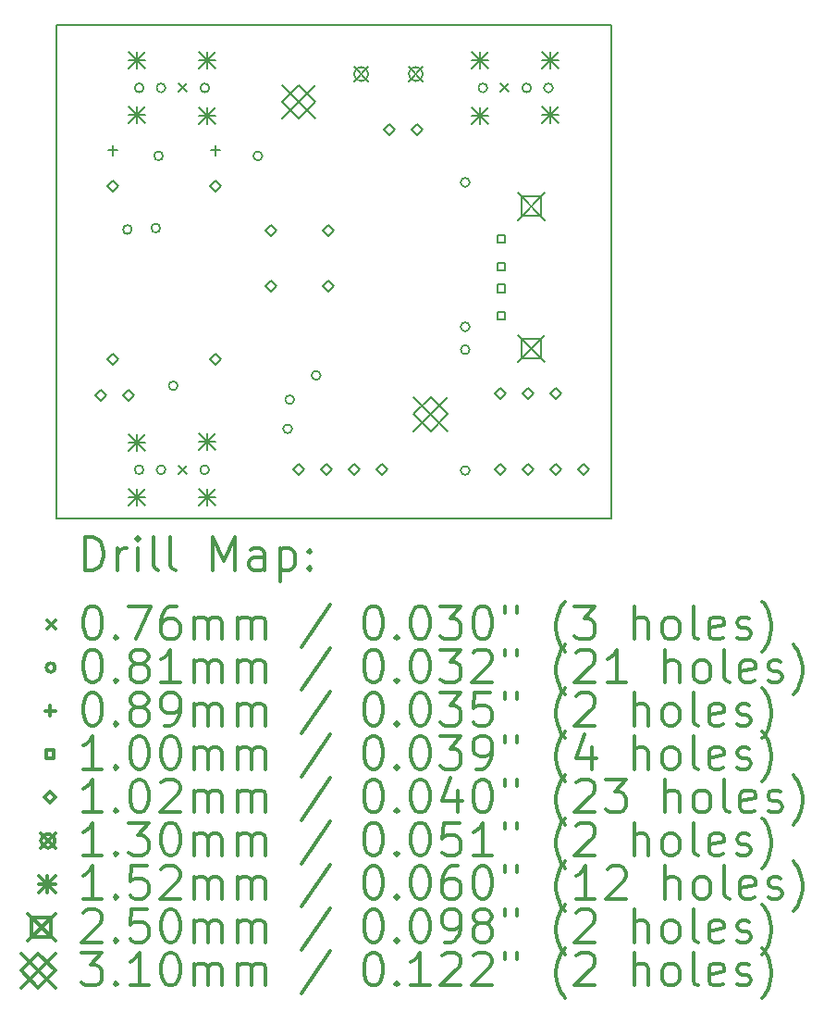
<source format=gbr>
%FSLAX45Y45*%
G04 Gerber Fmt 4.5, Leading zero omitted, Abs format (unit mm)*
G04 Created by KiCad (PCBNEW 4.0.5+dfsg1-4) date Wed Feb 28 09:20:57 2018*
%MOMM*%
%LPD*%
G01*
G04 APERTURE LIST*
%ADD10C,0.127000*%
%ADD11C,0.150000*%
%ADD12C,0.200000*%
%ADD13C,0.300000*%
G04 APERTURE END LIST*
D10*
D11*
X0Y0D02*
X0Y-4508500D01*
X5080000Y0D02*
X0Y0D01*
X5080000Y-4508500D02*
X5080000Y0D01*
X0Y-4508500D02*
X5080000Y-4508500D01*
D12*
X1123900Y-533400D02*
X1200100Y-609600D01*
X1200100Y-533400D02*
X1123900Y-609600D01*
X1123900Y-4025900D02*
X1200100Y-4102100D01*
X1200100Y-4025900D02*
X1123900Y-4102100D01*
X4070400Y-533400D02*
X4146600Y-609600D01*
X4146600Y-533400D02*
X4070400Y-609600D01*
X694690Y-1866900D02*
G75*
G03X694690Y-1866900I-40640J0D01*
G01*
X802640Y-571500D02*
G75*
G03X802640Y-571500I-40640J0D01*
G01*
X802640Y-4064000D02*
G75*
G03X802640Y-4064000I-40640J0D01*
G01*
X955040Y-1854200D02*
G75*
G03X955040Y-1854200I-40640J0D01*
G01*
X980440Y-1193800D02*
G75*
G03X980440Y-1193800I-40640J0D01*
G01*
X1002640Y-571500D02*
G75*
G03X1002640Y-571500I-40640J0D01*
G01*
X1002640Y-4064000D02*
G75*
G03X1002640Y-4064000I-40640J0D01*
G01*
X1113790Y-3295650D02*
G75*
G03X1113790Y-3295650I-40640J0D01*
G01*
X1402640Y-571500D02*
G75*
G03X1402640Y-571500I-40640J0D01*
G01*
X1402640Y-4064000D02*
G75*
G03X1402640Y-4064000I-40640J0D01*
G01*
X1888490Y-1193800D02*
G75*
G03X1888490Y-1193800I-40640J0D01*
G01*
X2161540Y-3689350D02*
G75*
G03X2161540Y-3689350I-40640J0D01*
G01*
X2180590Y-3422650D02*
G75*
G03X2180590Y-3422650I-40640J0D01*
G01*
X2421890Y-3200400D02*
G75*
G03X2421890Y-3200400I-40640J0D01*
G01*
X3787140Y-1435100D02*
G75*
G03X3787140Y-1435100I-40640J0D01*
G01*
X3787140Y-2755900D02*
G75*
G03X3787140Y-2755900I-40640J0D01*
G01*
X3787140Y-2965450D02*
G75*
G03X3787140Y-2965450I-40640J0D01*
G01*
X3787140Y-4070350D02*
G75*
G03X3787140Y-4070350I-40640J0D01*
G01*
X3949140Y-571500D02*
G75*
G03X3949140Y-571500I-40640J0D01*
G01*
X4349140Y-571500D02*
G75*
G03X4349140Y-571500I-40640J0D01*
G01*
X4549140Y-571500D02*
G75*
G03X4549140Y-571500I-40640J0D01*
G01*
X520700Y-1098550D02*
X520700Y-1187450D01*
X476250Y-1143000D02*
X565150Y-1143000D01*
X1460500Y-1098550D02*
X1460500Y-1187450D01*
X1416050Y-1143000D02*
X1504950Y-1143000D01*
X4112082Y-1989658D02*
X4112082Y-1918893D01*
X4041317Y-1918893D01*
X4041317Y-1989658D01*
X4112082Y-1989658D01*
X4112082Y-2239849D02*
X4112082Y-2169084D01*
X4041317Y-2169084D01*
X4041317Y-2239849D01*
X4112082Y-2239849D01*
X4112082Y-2439747D02*
X4112082Y-2368982D01*
X4041317Y-2368982D01*
X4041317Y-2439747D01*
X4112082Y-2439747D01*
X4112082Y-2689683D02*
X4112082Y-2618918D01*
X4041317Y-2618918D01*
X4041317Y-2689683D01*
X4112082Y-2689683D01*
X412750Y-3435350D02*
X463550Y-3384550D01*
X412750Y-3333750D01*
X361950Y-3384550D01*
X412750Y-3435350D01*
X520700Y-1517650D02*
X571500Y-1466850D01*
X520700Y-1416050D01*
X469900Y-1466850D01*
X520700Y-1517650D01*
X520700Y-3105150D02*
X571500Y-3054350D01*
X520700Y-3003550D01*
X469900Y-3054350D01*
X520700Y-3105150D01*
X666750Y-3435350D02*
X717550Y-3384550D01*
X666750Y-3333750D01*
X615950Y-3384550D01*
X666750Y-3435350D01*
X1460500Y-1517650D02*
X1511300Y-1466850D01*
X1460500Y-1416050D01*
X1409700Y-1466850D01*
X1460500Y-1517650D01*
X1460500Y-3105150D02*
X1511300Y-3054350D01*
X1460500Y-3003550D01*
X1409700Y-3054350D01*
X1460500Y-3105150D01*
X1968500Y-1930400D02*
X2019300Y-1879600D01*
X1968500Y-1828800D01*
X1917700Y-1879600D01*
X1968500Y-1930400D01*
X1968500Y-2438400D02*
X2019300Y-2387600D01*
X1968500Y-2336800D01*
X1917700Y-2387600D01*
X1968500Y-2438400D01*
X2222500Y-4114800D02*
X2273300Y-4064000D01*
X2222500Y-4013200D01*
X2171700Y-4064000D01*
X2222500Y-4114800D01*
X2476500Y-4114800D02*
X2527300Y-4064000D01*
X2476500Y-4013200D01*
X2425700Y-4064000D01*
X2476500Y-4114800D01*
X2489200Y-1930400D02*
X2540000Y-1879600D01*
X2489200Y-1828800D01*
X2438400Y-1879600D01*
X2489200Y-1930400D01*
X2489200Y-2438400D02*
X2540000Y-2387600D01*
X2489200Y-2336800D01*
X2438400Y-2387600D01*
X2489200Y-2438400D01*
X2730500Y-4114800D02*
X2781300Y-4064000D01*
X2730500Y-4013200D01*
X2679700Y-4064000D01*
X2730500Y-4114800D01*
X2984500Y-4114800D02*
X3035300Y-4064000D01*
X2984500Y-4013200D01*
X2933700Y-4064000D01*
X2984500Y-4114800D01*
X3048000Y-1003300D02*
X3098800Y-952500D01*
X3048000Y-901700D01*
X2997200Y-952500D01*
X3048000Y-1003300D01*
X3302000Y-1003300D02*
X3352800Y-952500D01*
X3302000Y-901700D01*
X3251200Y-952500D01*
X3302000Y-1003300D01*
X4064000Y-3416300D02*
X4114800Y-3365500D01*
X4064000Y-3314700D01*
X4013200Y-3365500D01*
X4064000Y-3416300D01*
X4064000Y-4114800D02*
X4114800Y-4064000D01*
X4064000Y-4013200D01*
X4013200Y-4064000D01*
X4064000Y-4114800D01*
X4318000Y-3416300D02*
X4368800Y-3365500D01*
X4318000Y-3314700D01*
X4267200Y-3365500D01*
X4318000Y-3416300D01*
X4318000Y-4114800D02*
X4368800Y-4064000D01*
X4318000Y-4013200D01*
X4267200Y-4064000D01*
X4318000Y-4114800D01*
X4572000Y-3416300D02*
X4622800Y-3365500D01*
X4572000Y-3314700D01*
X4521200Y-3365500D01*
X4572000Y-3416300D01*
X4572000Y-4114800D02*
X4622800Y-4064000D01*
X4572000Y-4013200D01*
X4521200Y-4064000D01*
X4572000Y-4114800D01*
X4826000Y-4114800D02*
X4876800Y-4064000D01*
X4826000Y-4013200D01*
X4775200Y-4064000D01*
X4826000Y-4114800D01*
X2728976Y-379476D02*
X2859024Y-509524D01*
X2859024Y-379476D02*
X2728976Y-509524D01*
X2859024Y-444500D02*
G75*
G03X2859024Y-444500I-65024J0D01*
G01*
X3229102Y-379476D02*
X3359150Y-509524D01*
X3359150Y-379476D02*
X3229102Y-509524D01*
X3359150Y-444500D02*
G75*
G03X3359150Y-444500I-65024J0D01*
G01*
X665800Y-245300D02*
X818200Y-397700D01*
X818200Y-245300D02*
X665800Y-397700D01*
X742000Y-245300D02*
X742000Y-397700D01*
X665800Y-321500D02*
X818200Y-321500D01*
X665800Y-745300D02*
X818200Y-897700D01*
X818200Y-745300D02*
X665800Y-897700D01*
X742000Y-745300D02*
X742000Y-897700D01*
X665800Y-821500D02*
X818200Y-821500D01*
X665800Y-3737800D02*
X818200Y-3890200D01*
X818200Y-3737800D02*
X665800Y-3890200D01*
X742000Y-3737800D02*
X742000Y-3890200D01*
X665800Y-3814000D02*
X818200Y-3814000D01*
X665800Y-4237800D02*
X818200Y-4390200D01*
X818200Y-4237800D02*
X665800Y-4390200D01*
X742000Y-4237800D02*
X742000Y-4390200D01*
X665800Y-4314000D02*
X818200Y-4314000D01*
X1311300Y-241300D02*
X1463700Y-393700D01*
X1463700Y-241300D02*
X1311300Y-393700D01*
X1387500Y-241300D02*
X1387500Y-393700D01*
X1311300Y-317500D02*
X1463700Y-317500D01*
X1311300Y-749300D02*
X1463700Y-901700D01*
X1463700Y-749300D02*
X1311300Y-901700D01*
X1387500Y-749300D02*
X1387500Y-901700D01*
X1311300Y-825500D02*
X1463700Y-825500D01*
X1311300Y-3733800D02*
X1463700Y-3886200D01*
X1463700Y-3733800D02*
X1311300Y-3886200D01*
X1387500Y-3733800D02*
X1387500Y-3886200D01*
X1311300Y-3810000D02*
X1463700Y-3810000D01*
X1311300Y-4241800D02*
X1463700Y-4394200D01*
X1463700Y-4241800D02*
X1311300Y-4394200D01*
X1387500Y-4241800D02*
X1387500Y-4394200D01*
X1311300Y-4318000D02*
X1463700Y-4318000D01*
X3806800Y-241300D02*
X3959200Y-393700D01*
X3959200Y-241300D02*
X3806800Y-393700D01*
X3883000Y-241300D02*
X3883000Y-393700D01*
X3806800Y-317500D02*
X3959200Y-317500D01*
X3806800Y-749300D02*
X3959200Y-901700D01*
X3959200Y-749300D02*
X3806800Y-901700D01*
X3883000Y-749300D02*
X3883000Y-901700D01*
X3806800Y-825500D02*
X3959200Y-825500D01*
X4452300Y-245300D02*
X4604700Y-397700D01*
X4604700Y-245300D02*
X4452300Y-397700D01*
X4528500Y-245300D02*
X4528500Y-397700D01*
X4452300Y-321500D02*
X4604700Y-321500D01*
X4452300Y-745300D02*
X4604700Y-897700D01*
X4604700Y-745300D02*
X4452300Y-897700D01*
X4528500Y-745300D02*
X4528500Y-897700D01*
X4452300Y-821500D02*
X4604700Y-821500D01*
X4226814Y-1529334D02*
X4476750Y-1779270D01*
X4476750Y-1529334D02*
X4226814Y-1779270D01*
X4440149Y-1742669D02*
X4440149Y-1565935D01*
X4263415Y-1565935D01*
X4263415Y-1742669D01*
X4440149Y-1742669D01*
X4226814Y-2829306D02*
X4476750Y-3079242D01*
X4476750Y-2829306D02*
X4226814Y-3079242D01*
X4440149Y-3042641D02*
X4440149Y-2865907D01*
X4263415Y-2865907D01*
X4263415Y-3042641D01*
X4440149Y-3042641D01*
X2067433Y-543433D02*
X2377567Y-853567D01*
X2377567Y-543433D02*
X2067433Y-853567D01*
X2222500Y-853567D02*
X2377567Y-698500D01*
X2222500Y-543433D01*
X2067433Y-698500D01*
X2222500Y-853567D01*
X3273933Y-3400933D02*
X3584067Y-3711067D01*
X3584067Y-3400933D02*
X3273933Y-3711067D01*
X3429000Y-3711067D02*
X3584067Y-3556000D01*
X3429000Y-3400933D01*
X3273933Y-3556000D01*
X3429000Y-3711067D01*
D13*
X263929Y-4981714D02*
X263929Y-4681714D01*
X335357Y-4681714D01*
X378214Y-4696000D01*
X406786Y-4724572D01*
X421071Y-4753143D01*
X435357Y-4810286D01*
X435357Y-4853143D01*
X421071Y-4910286D01*
X406786Y-4938857D01*
X378214Y-4967429D01*
X335357Y-4981714D01*
X263929Y-4981714D01*
X563929Y-4981714D02*
X563929Y-4781714D01*
X563929Y-4838857D02*
X578214Y-4810286D01*
X592500Y-4796000D01*
X621071Y-4781714D01*
X649643Y-4781714D01*
X749643Y-4981714D02*
X749643Y-4781714D01*
X749643Y-4681714D02*
X735357Y-4696000D01*
X749643Y-4710286D01*
X763928Y-4696000D01*
X749643Y-4681714D01*
X749643Y-4710286D01*
X935357Y-4981714D02*
X906786Y-4967429D01*
X892500Y-4938857D01*
X892500Y-4681714D01*
X1092500Y-4981714D02*
X1063929Y-4967429D01*
X1049643Y-4938857D01*
X1049643Y-4681714D01*
X1435357Y-4981714D02*
X1435357Y-4681714D01*
X1535357Y-4896000D01*
X1635357Y-4681714D01*
X1635357Y-4981714D01*
X1906786Y-4981714D02*
X1906786Y-4824572D01*
X1892500Y-4796000D01*
X1863928Y-4781714D01*
X1806786Y-4781714D01*
X1778214Y-4796000D01*
X1906786Y-4967429D02*
X1878214Y-4981714D01*
X1806786Y-4981714D01*
X1778214Y-4967429D01*
X1763928Y-4938857D01*
X1763928Y-4910286D01*
X1778214Y-4881714D01*
X1806786Y-4867429D01*
X1878214Y-4867429D01*
X1906786Y-4853143D01*
X2049643Y-4781714D02*
X2049643Y-5081714D01*
X2049643Y-4796000D02*
X2078214Y-4781714D01*
X2135357Y-4781714D01*
X2163929Y-4796000D01*
X2178214Y-4810286D01*
X2192500Y-4838857D01*
X2192500Y-4924572D01*
X2178214Y-4953143D01*
X2163929Y-4967429D01*
X2135357Y-4981714D01*
X2078214Y-4981714D01*
X2049643Y-4967429D01*
X2321071Y-4953143D02*
X2335357Y-4967429D01*
X2321071Y-4981714D01*
X2306786Y-4967429D01*
X2321071Y-4953143D01*
X2321071Y-4981714D01*
X2321071Y-4796000D02*
X2335357Y-4810286D01*
X2321071Y-4824572D01*
X2306786Y-4810286D01*
X2321071Y-4796000D01*
X2321071Y-4824572D01*
X-83700Y-5437900D02*
X-7500Y-5514100D01*
X-7500Y-5437900D02*
X-83700Y-5514100D01*
X321071Y-5311714D02*
X349643Y-5311714D01*
X378214Y-5326000D01*
X392500Y-5340286D01*
X406786Y-5368857D01*
X421071Y-5426000D01*
X421071Y-5497429D01*
X406786Y-5554572D01*
X392500Y-5583143D01*
X378214Y-5597429D01*
X349643Y-5611714D01*
X321071Y-5611714D01*
X292500Y-5597429D01*
X278214Y-5583143D01*
X263929Y-5554572D01*
X249643Y-5497429D01*
X249643Y-5426000D01*
X263929Y-5368857D01*
X278214Y-5340286D01*
X292500Y-5326000D01*
X321071Y-5311714D01*
X549643Y-5583143D02*
X563929Y-5597429D01*
X549643Y-5611714D01*
X535357Y-5597429D01*
X549643Y-5583143D01*
X549643Y-5611714D01*
X663928Y-5311714D02*
X863928Y-5311714D01*
X735357Y-5611714D01*
X1106786Y-5311714D02*
X1049643Y-5311714D01*
X1021071Y-5326000D01*
X1006786Y-5340286D01*
X978214Y-5383143D01*
X963928Y-5440286D01*
X963928Y-5554572D01*
X978214Y-5583143D01*
X992500Y-5597429D01*
X1021071Y-5611714D01*
X1078214Y-5611714D01*
X1106786Y-5597429D01*
X1121071Y-5583143D01*
X1135357Y-5554572D01*
X1135357Y-5483143D01*
X1121071Y-5454572D01*
X1106786Y-5440286D01*
X1078214Y-5426000D01*
X1021071Y-5426000D01*
X992500Y-5440286D01*
X978214Y-5454572D01*
X963928Y-5483143D01*
X1263929Y-5611714D02*
X1263929Y-5411714D01*
X1263929Y-5440286D02*
X1278214Y-5426000D01*
X1306786Y-5411714D01*
X1349643Y-5411714D01*
X1378214Y-5426000D01*
X1392500Y-5454572D01*
X1392500Y-5611714D01*
X1392500Y-5454572D02*
X1406786Y-5426000D01*
X1435357Y-5411714D01*
X1478214Y-5411714D01*
X1506786Y-5426000D01*
X1521071Y-5454572D01*
X1521071Y-5611714D01*
X1663928Y-5611714D02*
X1663928Y-5411714D01*
X1663928Y-5440286D02*
X1678214Y-5426000D01*
X1706786Y-5411714D01*
X1749643Y-5411714D01*
X1778214Y-5426000D01*
X1792500Y-5454572D01*
X1792500Y-5611714D01*
X1792500Y-5454572D02*
X1806786Y-5426000D01*
X1835357Y-5411714D01*
X1878214Y-5411714D01*
X1906786Y-5426000D01*
X1921071Y-5454572D01*
X1921071Y-5611714D01*
X2506786Y-5297429D02*
X2249643Y-5683143D01*
X2892500Y-5311714D02*
X2921071Y-5311714D01*
X2949643Y-5326000D01*
X2963928Y-5340286D01*
X2978214Y-5368857D01*
X2992500Y-5426000D01*
X2992500Y-5497429D01*
X2978214Y-5554572D01*
X2963928Y-5583143D01*
X2949643Y-5597429D01*
X2921071Y-5611714D01*
X2892500Y-5611714D01*
X2863928Y-5597429D01*
X2849643Y-5583143D01*
X2835357Y-5554572D01*
X2821071Y-5497429D01*
X2821071Y-5426000D01*
X2835357Y-5368857D01*
X2849643Y-5340286D01*
X2863928Y-5326000D01*
X2892500Y-5311714D01*
X3121071Y-5583143D02*
X3135357Y-5597429D01*
X3121071Y-5611714D01*
X3106786Y-5597429D01*
X3121071Y-5583143D01*
X3121071Y-5611714D01*
X3321071Y-5311714D02*
X3349643Y-5311714D01*
X3378214Y-5326000D01*
X3392500Y-5340286D01*
X3406785Y-5368857D01*
X3421071Y-5426000D01*
X3421071Y-5497429D01*
X3406785Y-5554572D01*
X3392500Y-5583143D01*
X3378214Y-5597429D01*
X3349643Y-5611714D01*
X3321071Y-5611714D01*
X3292500Y-5597429D01*
X3278214Y-5583143D01*
X3263928Y-5554572D01*
X3249643Y-5497429D01*
X3249643Y-5426000D01*
X3263928Y-5368857D01*
X3278214Y-5340286D01*
X3292500Y-5326000D01*
X3321071Y-5311714D01*
X3521071Y-5311714D02*
X3706785Y-5311714D01*
X3606785Y-5426000D01*
X3649643Y-5426000D01*
X3678214Y-5440286D01*
X3692500Y-5454572D01*
X3706785Y-5483143D01*
X3706785Y-5554572D01*
X3692500Y-5583143D01*
X3678214Y-5597429D01*
X3649643Y-5611714D01*
X3563928Y-5611714D01*
X3535357Y-5597429D01*
X3521071Y-5583143D01*
X3892500Y-5311714D02*
X3921071Y-5311714D01*
X3949643Y-5326000D01*
X3963928Y-5340286D01*
X3978214Y-5368857D01*
X3992500Y-5426000D01*
X3992500Y-5497429D01*
X3978214Y-5554572D01*
X3963928Y-5583143D01*
X3949643Y-5597429D01*
X3921071Y-5611714D01*
X3892500Y-5611714D01*
X3863928Y-5597429D01*
X3849643Y-5583143D01*
X3835357Y-5554572D01*
X3821071Y-5497429D01*
X3821071Y-5426000D01*
X3835357Y-5368857D01*
X3849643Y-5340286D01*
X3863928Y-5326000D01*
X3892500Y-5311714D01*
X4106786Y-5311714D02*
X4106786Y-5368857D01*
X4221071Y-5311714D02*
X4221071Y-5368857D01*
X4663928Y-5726000D02*
X4649643Y-5711714D01*
X4621071Y-5668857D01*
X4606786Y-5640286D01*
X4592500Y-5597429D01*
X4578214Y-5526000D01*
X4578214Y-5468857D01*
X4592500Y-5397429D01*
X4606786Y-5354572D01*
X4621071Y-5326000D01*
X4649643Y-5283143D01*
X4663928Y-5268857D01*
X4749643Y-5311714D02*
X4935357Y-5311714D01*
X4835357Y-5426000D01*
X4878214Y-5426000D01*
X4906786Y-5440286D01*
X4921071Y-5454572D01*
X4935357Y-5483143D01*
X4935357Y-5554572D01*
X4921071Y-5583143D01*
X4906786Y-5597429D01*
X4878214Y-5611714D01*
X4792500Y-5611714D01*
X4763928Y-5597429D01*
X4749643Y-5583143D01*
X5292500Y-5611714D02*
X5292500Y-5311714D01*
X5421071Y-5611714D02*
X5421071Y-5454572D01*
X5406786Y-5426000D01*
X5378214Y-5411714D01*
X5335357Y-5411714D01*
X5306786Y-5426000D01*
X5292500Y-5440286D01*
X5606785Y-5611714D02*
X5578214Y-5597429D01*
X5563928Y-5583143D01*
X5549643Y-5554572D01*
X5549643Y-5468857D01*
X5563928Y-5440286D01*
X5578214Y-5426000D01*
X5606785Y-5411714D01*
X5649643Y-5411714D01*
X5678214Y-5426000D01*
X5692500Y-5440286D01*
X5706785Y-5468857D01*
X5706785Y-5554572D01*
X5692500Y-5583143D01*
X5678214Y-5597429D01*
X5649643Y-5611714D01*
X5606785Y-5611714D01*
X5878214Y-5611714D02*
X5849643Y-5597429D01*
X5835357Y-5568857D01*
X5835357Y-5311714D01*
X6106786Y-5597429D02*
X6078214Y-5611714D01*
X6021071Y-5611714D01*
X5992500Y-5597429D01*
X5978214Y-5568857D01*
X5978214Y-5454572D01*
X5992500Y-5426000D01*
X6021071Y-5411714D01*
X6078214Y-5411714D01*
X6106786Y-5426000D01*
X6121071Y-5454572D01*
X6121071Y-5483143D01*
X5978214Y-5511714D01*
X6235357Y-5597429D02*
X6263928Y-5611714D01*
X6321071Y-5611714D01*
X6349643Y-5597429D01*
X6363928Y-5568857D01*
X6363928Y-5554572D01*
X6349643Y-5526000D01*
X6321071Y-5511714D01*
X6278214Y-5511714D01*
X6249643Y-5497429D01*
X6235357Y-5468857D01*
X6235357Y-5454572D01*
X6249643Y-5426000D01*
X6278214Y-5411714D01*
X6321071Y-5411714D01*
X6349643Y-5426000D01*
X6463928Y-5726000D02*
X6478214Y-5711714D01*
X6506786Y-5668857D01*
X6521071Y-5640286D01*
X6535357Y-5597429D01*
X6549643Y-5526000D01*
X6549643Y-5468857D01*
X6535357Y-5397429D01*
X6521071Y-5354572D01*
X6506786Y-5326000D01*
X6478214Y-5283143D01*
X6463928Y-5268857D01*
X-7500Y-5872000D02*
G75*
G03X-7500Y-5872000I-40640J0D01*
G01*
X321071Y-5707714D02*
X349643Y-5707714D01*
X378214Y-5722000D01*
X392500Y-5736286D01*
X406786Y-5764857D01*
X421071Y-5822000D01*
X421071Y-5893429D01*
X406786Y-5950571D01*
X392500Y-5979143D01*
X378214Y-5993429D01*
X349643Y-6007714D01*
X321071Y-6007714D01*
X292500Y-5993429D01*
X278214Y-5979143D01*
X263929Y-5950571D01*
X249643Y-5893429D01*
X249643Y-5822000D01*
X263929Y-5764857D01*
X278214Y-5736286D01*
X292500Y-5722000D01*
X321071Y-5707714D01*
X549643Y-5979143D02*
X563929Y-5993429D01*
X549643Y-6007714D01*
X535357Y-5993429D01*
X549643Y-5979143D01*
X549643Y-6007714D01*
X735357Y-5836286D02*
X706786Y-5822000D01*
X692500Y-5807714D01*
X678214Y-5779143D01*
X678214Y-5764857D01*
X692500Y-5736286D01*
X706786Y-5722000D01*
X735357Y-5707714D01*
X792500Y-5707714D01*
X821071Y-5722000D01*
X835357Y-5736286D01*
X849643Y-5764857D01*
X849643Y-5779143D01*
X835357Y-5807714D01*
X821071Y-5822000D01*
X792500Y-5836286D01*
X735357Y-5836286D01*
X706786Y-5850571D01*
X692500Y-5864857D01*
X678214Y-5893429D01*
X678214Y-5950571D01*
X692500Y-5979143D01*
X706786Y-5993429D01*
X735357Y-6007714D01*
X792500Y-6007714D01*
X821071Y-5993429D01*
X835357Y-5979143D01*
X849643Y-5950571D01*
X849643Y-5893429D01*
X835357Y-5864857D01*
X821071Y-5850571D01*
X792500Y-5836286D01*
X1135357Y-6007714D02*
X963928Y-6007714D01*
X1049643Y-6007714D02*
X1049643Y-5707714D01*
X1021071Y-5750571D01*
X992500Y-5779143D01*
X963928Y-5793429D01*
X1263929Y-6007714D02*
X1263929Y-5807714D01*
X1263929Y-5836286D02*
X1278214Y-5822000D01*
X1306786Y-5807714D01*
X1349643Y-5807714D01*
X1378214Y-5822000D01*
X1392500Y-5850571D01*
X1392500Y-6007714D01*
X1392500Y-5850571D02*
X1406786Y-5822000D01*
X1435357Y-5807714D01*
X1478214Y-5807714D01*
X1506786Y-5822000D01*
X1521071Y-5850571D01*
X1521071Y-6007714D01*
X1663928Y-6007714D02*
X1663928Y-5807714D01*
X1663928Y-5836286D02*
X1678214Y-5822000D01*
X1706786Y-5807714D01*
X1749643Y-5807714D01*
X1778214Y-5822000D01*
X1792500Y-5850571D01*
X1792500Y-6007714D01*
X1792500Y-5850571D02*
X1806786Y-5822000D01*
X1835357Y-5807714D01*
X1878214Y-5807714D01*
X1906786Y-5822000D01*
X1921071Y-5850571D01*
X1921071Y-6007714D01*
X2506786Y-5693429D02*
X2249643Y-6079143D01*
X2892500Y-5707714D02*
X2921071Y-5707714D01*
X2949643Y-5722000D01*
X2963928Y-5736286D01*
X2978214Y-5764857D01*
X2992500Y-5822000D01*
X2992500Y-5893429D01*
X2978214Y-5950571D01*
X2963928Y-5979143D01*
X2949643Y-5993429D01*
X2921071Y-6007714D01*
X2892500Y-6007714D01*
X2863928Y-5993429D01*
X2849643Y-5979143D01*
X2835357Y-5950571D01*
X2821071Y-5893429D01*
X2821071Y-5822000D01*
X2835357Y-5764857D01*
X2849643Y-5736286D01*
X2863928Y-5722000D01*
X2892500Y-5707714D01*
X3121071Y-5979143D02*
X3135357Y-5993429D01*
X3121071Y-6007714D01*
X3106786Y-5993429D01*
X3121071Y-5979143D01*
X3121071Y-6007714D01*
X3321071Y-5707714D02*
X3349643Y-5707714D01*
X3378214Y-5722000D01*
X3392500Y-5736286D01*
X3406785Y-5764857D01*
X3421071Y-5822000D01*
X3421071Y-5893429D01*
X3406785Y-5950571D01*
X3392500Y-5979143D01*
X3378214Y-5993429D01*
X3349643Y-6007714D01*
X3321071Y-6007714D01*
X3292500Y-5993429D01*
X3278214Y-5979143D01*
X3263928Y-5950571D01*
X3249643Y-5893429D01*
X3249643Y-5822000D01*
X3263928Y-5764857D01*
X3278214Y-5736286D01*
X3292500Y-5722000D01*
X3321071Y-5707714D01*
X3521071Y-5707714D02*
X3706785Y-5707714D01*
X3606785Y-5822000D01*
X3649643Y-5822000D01*
X3678214Y-5836286D01*
X3692500Y-5850571D01*
X3706785Y-5879143D01*
X3706785Y-5950571D01*
X3692500Y-5979143D01*
X3678214Y-5993429D01*
X3649643Y-6007714D01*
X3563928Y-6007714D01*
X3535357Y-5993429D01*
X3521071Y-5979143D01*
X3821071Y-5736286D02*
X3835357Y-5722000D01*
X3863928Y-5707714D01*
X3935357Y-5707714D01*
X3963928Y-5722000D01*
X3978214Y-5736286D01*
X3992500Y-5764857D01*
X3992500Y-5793429D01*
X3978214Y-5836286D01*
X3806785Y-6007714D01*
X3992500Y-6007714D01*
X4106786Y-5707714D02*
X4106786Y-5764857D01*
X4221071Y-5707714D02*
X4221071Y-5764857D01*
X4663928Y-6122000D02*
X4649643Y-6107714D01*
X4621071Y-6064857D01*
X4606786Y-6036286D01*
X4592500Y-5993429D01*
X4578214Y-5922000D01*
X4578214Y-5864857D01*
X4592500Y-5793429D01*
X4606786Y-5750571D01*
X4621071Y-5722000D01*
X4649643Y-5679143D01*
X4663928Y-5664857D01*
X4763928Y-5736286D02*
X4778214Y-5722000D01*
X4806786Y-5707714D01*
X4878214Y-5707714D01*
X4906786Y-5722000D01*
X4921071Y-5736286D01*
X4935357Y-5764857D01*
X4935357Y-5793429D01*
X4921071Y-5836286D01*
X4749643Y-6007714D01*
X4935357Y-6007714D01*
X5221071Y-6007714D02*
X5049643Y-6007714D01*
X5135357Y-6007714D02*
X5135357Y-5707714D01*
X5106786Y-5750571D01*
X5078214Y-5779143D01*
X5049643Y-5793429D01*
X5578214Y-6007714D02*
X5578214Y-5707714D01*
X5706785Y-6007714D02*
X5706785Y-5850571D01*
X5692500Y-5822000D01*
X5663928Y-5807714D01*
X5621071Y-5807714D01*
X5592500Y-5822000D01*
X5578214Y-5836286D01*
X5892500Y-6007714D02*
X5863928Y-5993429D01*
X5849643Y-5979143D01*
X5835357Y-5950571D01*
X5835357Y-5864857D01*
X5849643Y-5836286D01*
X5863928Y-5822000D01*
X5892500Y-5807714D01*
X5935357Y-5807714D01*
X5963928Y-5822000D01*
X5978214Y-5836286D01*
X5992500Y-5864857D01*
X5992500Y-5950571D01*
X5978214Y-5979143D01*
X5963928Y-5993429D01*
X5935357Y-6007714D01*
X5892500Y-6007714D01*
X6163928Y-6007714D02*
X6135357Y-5993429D01*
X6121071Y-5964857D01*
X6121071Y-5707714D01*
X6392500Y-5993429D02*
X6363928Y-6007714D01*
X6306786Y-6007714D01*
X6278214Y-5993429D01*
X6263928Y-5964857D01*
X6263928Y-5850571D01*
X6278214Y-5822000D01*
X6306786Y-5807714D01*
X6363928Y-5807714D01*
X6392500Y-5822000D01*
X6406786Y-5850571D01*
X6406786Y-5879143D01*
X6263928Y-5907714D01*
X6521071Y-5993429D02*
X6549643Y-6007714D01*
X6606786Y-6007714D01*
X6635357Y-5993429D01*
X6649643Y-5964857D01*
X6649643Y-5950571D01*
X6635357Y-5922000D01*
X6606786Y-5907714D01*
X6563928Y-5907714D01*
X6535357Y-5893429D01*
X6521071Y-5864857D01*
X6521071Y-5850571D01*
X6535357Y-5822000D01*
X6563928Y-5807714D01*
X6606786Y-5807714D01*
X6635357Y-5822000D01*
X6749643Y-6122000D02*
X6763928Y-6107714D01*
X6792500Y-6064857D01*
X6806786Y-6036286D01*
X6821071Y-5993429D01*
X6835357Y-5922000D01*
X6835357Y-5864857D01*
X6821071Y-5793429D01*
X6806786Y-5750571D01*
X6792500Y-5722000D01*
X6763928Y-5679143D01*
X6749643Y-5664857D01*
X-51950Y-6223550D02*
X-51950Y-6312450D01*
X-96400Y-6268000D02*
X-7500Y-6268000D01*
X321071Y-6103714D02*
X349643Y-6103714D01*
X378214Y-6118000D01*
X392500Y-6132286D01*
X406786Y-6160857D01*
X421071Y-6218000D01*
X421071Y-6289429D01*
X406786Y-6346571D01*
X392500Y-6375143D01*
X378214Y-6389429D01*
X349643Y-6403714D01*
X321071Y-6403714D01*
X292500Y-6389429D01*
X278214Y-6375143D01*
X263929Y-6346571D01*
X249643Y-6289429D01*
X249643Y-6218000D01*
X263929Y-6160857D01*
X278214Y-6132286D01*
X292500Y-6118000D01*
X321071Y-6103714D01*
X549643Y-6375143D02*
X563929Y-6389429D01*
X549643Y-6403714D01*
X535357Y-6389429D01*
X549643Y-6375143D01*
X549643Y-6403714D01*
X735357Y-6232286D02*
X706786Y-6218000D01*
X692500Y-6203714D01*
X678214Y-6175143D01*
X678214Y-6160857D01*
X692500Y-6132286D01*
X706786Y-6118000D01*
X735357Y-6103714D01*
X792500Y-6103714D01*
X821071Y-6118000D01*
X835357Y-6132286D01*
X849643Y-6160857D01*
X849643Y-6175143D01*
X835357Y-6203714D01*
X821071Y-6218000D01*
X792500Y-6232286D01*
X735357Y-6232286D01*
X706786Y-6246571D01*
X692500Y-6260857D01*
X678214Y-6289429D01*
X678214Y-6346571D01*
X692500Y-6375143D01*
X706786Y-6389429D01*
X735357Y-6403714D01*
X792500Y-6403714D01*
X821071Y-6389429D01*
X835357Y-6375143D01*
X849643Y-6346571D01*
X849643Y-6289429D01*
X835357Y-6260857D01*
X821071Y-6246571D01*
X792500Y-6232286D01*
X992500Y-6403714D02*
X1049643Y-6403714D01*
X1078214Y-6389429D01*
X1092500Y-6375143D01*
X1121071Y-6332286D01*
X1135357Y-6275143D01*
X1135357Y-6160857D01*
X1121071Y-6132286D01*
X1106786Y-6118000D01*
X1078214Y-6103714D01*
X1021071Y-6103714D01*
X992500Y-6118000D01*
X978214Y-6132286D01*
X963928Y-6160857D01*
X963928Y-6232286D01*
X978214Y-6260857D01*
X992500Y-6275143D01*
X1021071Y-6289429D01*
X1078214Y-6289429D01*
X1106786Y-6275143D01*
X1121071Y-6260857D01*
X1135357Y-6232286D01*
X1263929Y-6403714D02*
X1263929Y-6203714D01*
X1263929Y-6232286D02*
X1278214Y-6218000D01*
X1306786Y-6203714D01*
X1349643Y-6203714D01*
X1378214Y-6218000D01*
X1392500Y-6246571D01*
X1392500Y-6403714D01*
X1392500Y-6246571D02*
X1406786Y-6218000D01*
X1435357Y-6203714D01*
X1478214Y-6203714D01*
X1506786Y-6218000D01*
X1521071Y-6246571D01*
X1521071Y-6403714D01*
X1663928Y-6403714D02*
X1663928Y-6203714D01*
X1663928Y-6232286D02*
X1678214Y-6218000D01*
X1706786Y-6203714D01*
X1749643Y-6203714D01*
X1778214Y-6218000D01*
X1792500Y-6246571D01*
X1792500Y-6403714D01*
X1792500Y-6246571D02*
X1806786Y-6218000D01*
X1835357Y-6203714D01*
X1878214Y-6203714D01*
X1906786Y-6218000D01*
X1921071Y-6246571D01*
X1921071Y-6403714D01*
X2506786Y-6089429D02*
X2249643Y-6475143D01*
X2892500Y-6103714D02*
X2921071Y-6103714D01*
X2949643Y-6118000D01*
X2963928Y-6132286D01*
X2978214Y-6160857D01*
X2992500Y-6218000D01*
X2992500Y-6289429D01*
X2978214Y-6346571D01*
X2963928Y-6375143D01*
X2949643Y-6389429D01*
X2921071Y-6403714D01*
X2892500Y-6403714D01*
X2863928Y-6389429D01*
X2849643Y-6375143D01*
X2835357Y-6346571D01*
X2821071Y-6289429D01*
X2821071Y-6218000D01*
X2835357Y-6160857D01*
X2849643Y-6132286D01*
X2863928Y-6118000D01*
X2892500Y-6103714D01*
X3121071Y-6375143D02*
X3135357Y-6389429D01*
X3121071Y-6403714D01*
X3106786Y-6389429D01*
X3121071Y-6375143D01*
X3121071Y-6403714D01*
X3321071Y-6103714D02*
X3349643Y-6103714D01*
X3378214Y-6118000D01*
X3392500Y-6132286D01*
X3406785Y-6160857D01*
X3421071Y-6218000D01*
X3421071Y-6289429D01*
X3406785Y-6346571D01*
X3392500Y-6375143D01*
X3378214Y-6389429D01*
X3349643Y-6403714D01*
X3321071Y-6403714D01*
X3292500Y-6389429D01*
X3278214Y-6375143D01*
X3263928Y-6346571D01*
X3249643Y-6289429D01*
X3249643Y-6218000D01*
X3263928Y-6160857D01*
X3278214Y-6132286D01*
X3292500Y-6118000D01*
X3321071Y-6103714D01*
X3521071Y-6103714D02*
X3706785Y-6103714D01*
X3606785Y-6218000D01*
X3649643Y-6218000D01*
X3678214Y-6232286D01*
X3692500Y-6246571D01*
X3706785Y-6275143D01*
X3706785Y-6346571D01*
X3692500Y-6375143D01*
X3678214Y-6389429D01*
X3649643Y-6403714D01*
X3563928Y-6403714D01*
X3535357Y-6389429D01*
X3521071Y-6375143D01*
X3978214Y-6103714D02*
X3835357Y-6103714D01*
X3821071Y-6246571D01*
X3835357Y-6232286D01*
X3863928Y-6218000D01*
X3935357Y-6218000D01*
X3963928Y-6232286D01*
X3978214Y-6246571D01*
X3992500Y-6275143D01*
X3992500Y-6346571D01*
X3978214Y-6375143D01*
X3963928Y-6389429D01*
X3935357Y-6403714D01*
X3863928Y-6403714D01*
X3835357Y-6389429D01*
X3821071Y-6375143D01*
X4106786Y-6103714D02*
X4106786Y-6160857D01*
X4221071Y-6103714D02*
X4221071Y-6160857D01*
X4663928Y-6518000D02*
X4649643Y-6503714D01*
X4621071Y-6460857D01*
X4606786Y-6432286D01*
X4592500Y-6389429D01*
X4578214Y-6318000D01*
X4578214Y-6260857D01*
X4592500Y-6189429D01*
X4606786Y-6146571D01*
X4621071Y-6118000D01*
X4649643Y-6075143D01*
X4663928Y-6060857D01*
X4763928Y-6132286D02*
X4778214Y-6118000D01*
X4806786Y-6103714D01*
X4878214Y-6103714D01*
X4906786Y-6118000D01*
X4921071Y-6132286D01*
X4935357Y-6160857D01*
X4935357Y-6189429D01*
X4921071Y-6232286D01*
X4749643Y-6403714D01*
X4935357Y-6403714D01*
X5292500Y-6403714D02*
X5292500Y-6103714D01*
X5421071Y-6403714D02*
X5421071Y-6246571D01*
X5406786Y-6218000D01*
X5378214Y-6203714D01*
X5335357Y-6203714D01*
X5306786Y-6218000D01*
X5292500Y-6232286D01*
X5606785Y-6403714D02*
X5578214Y-6389429D01*
X5563928Y-6375143D01*
X5549643Y-6346571D01*
X5549643Y-6260857D01*
X5563928Y-6232286D01*
X5578214Y-6218000D01*
X5606785Y-6203714D01*
X5649643Y-6203714D01*
X5678214Y-6218000D01*
X5692500Y-6232286D01*
X5706785Y-6260857D01*
X5706785Y-6346571D01*
X5692500Y-6375143D01*
X5678214Y-6389429D01*
X5649643Y-6403714D01*
X5606785Y-6403714D01*
X5878214Y-6403714D02*
X5849643Y-6389429D01*
X5835357Y-6360857D01*
X5835357Y-6103714D01*
X6106786Y-6389429D02*
X6078214Y-6403714D01*
X6021071Y-6403714D01*
X5992500Y-6389429D01*
X5978214Y-6360857D01*
X5978214Y-6246571D01*
X5992500Y-6218000D01*
X6021071Y-6203714D01*
X6078214Y-6203714D01*
X6106786Y-6218000D01*
X6121071Y-6246571D01*
X6121071Y-6275143D01*
X5978214Y-6303714D01*
X6235357Y-6389429D02*
X6263928Y-6403714D01*
X6321071Y-6403714D01*
X6349643Y-6389429D01*
X6363928Y-6360857D01*
X6363928Y-6346571D01*
X6349643Y-6318000D01*
X6321071Y-6303714D01*
X6278214Y-6303714D01*
X6249643Y-6289429D01*
X6235357Y-6260857D01*
X6235357Y-6246571D01*
X6249643Y-6218000D01*
X6278214Y-6203714D01*
X6321071Y-6203714D01*
X6349643Y-6218000D01*
X6463928Y-6518000D02*
X6478214Y-6503714D01*
X6506786Y-6460857D01*
X6521071Y-6432286D01*
X6535357Y-6389429D01*
X6549643Y-6318000D01*
X6549643Y-6260857D01*
X6535357Y-6189429D01*
X6521071Y-6146571D01*
X6506786Y-6118000D01*
X6478214Y-6075143D01*
X6463928Y-6060857D01*
X-22156Y-6699383D02*
X-22156Y-6628618D01*
X-92921Y-6628618D01*
X-92921Y-6699383D01*
X-22156Y-6699383D01*
X421071Y-6799714D02*
X249643Y-6799714D01*
X335357Y-6799714D02*
X335357Y-6499714D01*
X306786Y-6542571D01*
X278214Y-6571143D01*
X249643Y-6585429D01*
X549643Y-6771143D02*
X563929Y-6785429D01*
X549643Y-6799714D01*
X535357Y-6785429D01*
X549643Y-6771143D01*
X549643Y-6799714D01*
X749643Y-6499714D02*
X778214Y-6499714D01*
X806786Y-6514000D01*
X821071Y-6528286D01*
X835357Y-6556857D01*
X849643Y-6614000D01*
X849643Y-6685429D01*
X835357Y-6742571D01*
X821071Y-6771143D01*
X806786Y-6785429D01*
X778214Y-6799714D01*
X749643Y-6799714D01*
X721071Y-6785429D01*
X706786Y-6771143D01*
X692500Y-6742571D01*
X678214Y-6685429D01*
X678214Y-6614000D01*
X692500Y-6556857D01*
X706786Y-6528286D01*
X721071Y-6514000D01*
X749643Y-6499714D01*
X1035357Y-6499714D02*
X1063929Y-6499714D01*
X1092500Y-6514000D01*
X1106786Y-6528286D01*
X1121071Y-6556857D01*
X1135357Y-6614000D01*
X1135357Y-6685429D01*
X1121071Y-6742571D01*
X1106786Y-6771143D01*
X1092500Y-6785429D01*
X1063929Y-6799714D01*
X1035357Y-6799714D01*
X1006786Y-6785429D01*
X992500Y-6771143D01*
X978214Y-6742571D01*
X963928Y-6685429D01*
X963928Y-6614000D01*
X978214Y-6556857D01*
X992500Y-6528286D01*
X1006786Y-6514000D01*
X1035357Y-6499714D01*
X1263929Y-6799714D02*
X1263929Y-6599714D01*
X1263929Y-6628286D02*
X1278214Y-6614000D01*
X1306786Y-6599714D01*
X1349643Y-6599714D01*
X1378214Y-6614000D01*
X1392500Y-6642571D01*
X1392500Y-6799714D01*
X1392500Y-6642571D02*
X1406786Y-6614000D01*
X1435357Y-6599714D01*
X1478214Y-6599714D01*
X1506786Y-6614000D01*
X1521071Y-6642571D01*
X1521071Y-6799714D01*
X1663928Y-6799714D02*
X1663928Y-6599714D01*
X1663928Y-6628286D02*
X1678214Y-6614000D01*
X1706786Y-6599714D01*
X1749643Y-6599714D01*
X1778214Y-6614000D01*
X1792500Y-6642571D01*
X1792500Y-6799714D01*
X1792500Y-6642571D02*
X1806786Y-6614000D01*
X1835357Y-6599714D01*
X1878214Y-6599714D01*
X1906786Y-6614000D01*
X1921071Y-6642571D01*
X1921071Y-6799714D01*
X2506786Y-6485429D02*
X2249643Y-6871143D01*
X2892500Y-6499714D02*
X2921071Y-6499714D01*
X2949643Y-6514000D01*
X2963928Y-6528286D01*
X2978214Y-6556857D01*
X2992500Y-6614000D01*
X2992500Y-6685429D01*
X2978214Y-6742571D01*
X2963928Y-6771143D01*
X2949643Y-6785429D01*
X2921071Y-6799714D01*
X2892500Y-6799714D01*
X2863928Y-6785429D01*
X2849643Y-6771143D01*
X2835357Y-6742571D01*
X2821071Y-6685429D01*
X2821071Y-6614000D01*
X2835357Y-6556857D01*
X2849643Y-6528286D01*
X2863928Y-6514000D01*
X2892500Y-6499714D01*
X3121071Y-6771143D02*
X3135357Y-6785429D01*
X3121071Y-6799714D01*
X3106786Y-6785429D01*
X3121071Y-6771143D01*
X3121071Y-6799714D01*
X3321071Y-6499714D02*
X3349643Y-6499714D01*
X3378214Y-6514000D01*
X3392500Y-6528286D01*
X3406785Y-6556857D01*
X3421071Y-6614000D01*
X3421071Y-6685429D01*
X3406785Y-6742571D01*
X3392500Y-6771143D01*
X3378214Y-6785429D01*
X3349643Y-6799714D01*
X3321071Y-6799714D01*
X3292500Y-6785429D01*
X3278214Y-6771143D01*
X3263928Y-6742571D01*
X3249643Y-6685429D01*
X3249643Y-6614000D01*
X3263928Y-6556857D01*
X3278214Y-6528286D01*
X3292500Y-6514000D01*
X3321071Y-6499714D01*
X3521071Y-6499714D02*
X3706785Y-6499714D01*
X3606785Y-6614000D01*
X3649643Y-6614000D01*
X3678214Y-6628286D01*
X3692500Y-6642571D01*
X3706785Y-6671143D01*
X3706785Y-6742571D01*
X3692500Y-6771143D01*
X3678214Y-6785429D01*
X3649643Y-6799714D01*
X3563928Y-6799714D01*
X3535357Y-6785429D01*
X3521071Y-6771143D01*
X3849643Y-6799714D02*
X3906785Y-6799714D01*
X3935357Y-6785429D01*
X3949643Y-6771143D01*
X3978214Y-6728286D01*
X3992500Y-6671143D01*
X3992500Y-6556857D01*
X3978214Y-6528286D01*
X3963928Y-6514000D01*
X3935357Y-6499714D01*
X3878214Y-6499714D01*
X3849643Y-6514000D01*
X3835357Y-6528286D01*
X3821071Y-6556857D01*
X3821071Y-6628286D01*
X3835357Y-6656857D01*
X3849643Y-6671143D01*
X3878214Y-6685429D01*
X3935357Y-6685429D01*
X3963928Y-6671143D01*
X3978214Y-6656857D01*
X3992500Y-6628286D01*
X4106786Y-6499714D02*
X4106786Y-6556857D01*
X4221071Y-6499714D02*
X4221071Y-6556857D01*
X4663928Y-6914000D02*
X4649643Y-6899714D01*
X4621071Y-6856857D01*
X4606786Y-6828286D01*
X4592500Y-6785429D01*
X4578214Y-6714000D01*
X4578214Y-6656857D01*
X4592500Y-6585429D01*
X4606786Y-6542571D01*
X4621071Y-6514000D01*
X4649643Y-6471143D01*
X4663928Y-6456857D01*
X4906786Y-6599714D02*
X4906786Y-6799714D01*
X4835357Y-6485429D02*
X4763928Y-6699714D01*
X4949643Y-6699714D01*
X5292500Y-6799714D02*
X5292500Y-6499714D01*
X5421071Y-6799714D02*
X5421071Y-6642571D01*
X5406786Y-6614000D01*
X5378214Y-6599714D01*
X5335357Y-6599714D01*
X5306786Y-6614000D01*
X5292500Y-6628286D01*
X5606785Y-6799714D02*
X5578214Y-6785429D01*
X5563928Y-6771143D01*
X5549643Y-6742571D01*
X5549643Y-6656857D01*
X5563928Y-6628286D01*
X5578214Y-6614000D01*
X5606785Y-6599714D01*
X5649643Y-6599714D01*
X5678214Y-6614000D01*
X5692500Y-6628286D01*
X5706785Y-6656857D01*
X5706785Y-6742571D01*
X5692500Y-6771143D01*
X5678214Y-6785429D01*
X5649643Y-6799714D01*
X5606785Y-6799714D01*
X5878214Y-6799714D02*
X5849643Y-6785429D01*
X5835357Y-6756857D01*
X5835357Y-6499714D01*
X6106786Y-6785429D02*
X6078214Y-6799714D01*
X6021071Y-6799714D01*
X5992500Y-6785429D01*
X5978214Y-6756857D01*
X5978214Y-6642571D01*
X5992500Y-6614000D01*
X6021071Y-6599714D01*
X6078214Y-6599714D01*
X6106786Y-6614000D01*
X6121071Y-6642571D01*
X6121071Y-6671143D01*
X5978214Y-6699714D01*
X6235357Y-6785429D02*
X6263928Y-6799714D01*
X6321071Y-6799714D01*
X6349643Y-6785429D01*
X6363928Y-6756857D01*
X6363928Y-6742571D01*
X6349643Y-6714000D01*
X6321071Y-6699714D01*
X6278214Y-6699714D01*
X6249643Y-6685429D01*
X6235357Y-6656857D01*
X6235357Y-6642571D01*
X6249643Y-6614000D01*
X6278214Y-6599714D01*
X6321071Y-6599714D01*
X6349643Y-6614000D01*
X6463928Y-6914000D02*
X6478214Y-6899714D01*
X6506786Y-6856857D01*
X6521071Y-6828286D01*
X6535357Y-6785429D01*
X6549643Y-6714000D01*
X6549643Y-6656857D01*
X6535357Y-6585429D01*
X6521071Y-6542571D01*
X6506786Y-6514000D01*
X6478214Y-6471143D01*
X6463928Y-6456857D01*
X-58300Y-7110800D02*
X-7500Y-7060000D01*
X-58300Y-7009200D01*
X-109100Y-7060000D01*
X-58300Y-7110800D01*
X421071Y-7195714D02*
X249643Y-7195714D01*
X335357Y-7195714D02*
X335357Y-6895714D01*
X306786Y-6938571D01*
X278214Y-6967143D01*
X249643Y-6981429D01*
X549643Y-7167143D02*
X563929Y-7181429D01*
X549643Y-7195714D01*
X535357Y-7181429D01*
X549643Y-7167143D01*
X549643Y-7195714D01*
X749643Y-6895714D02*
X778214Y-6895714D01*
X806786Y-6910000D01*
X821071Y-6924286D01*
X835357Y-6952857D01*
X849643Y-7010000D01*
X849643Y-7081429D01*
X835357Y-7138571D01*
X821071Y-7167143D01*
X806786Y-7181429D01*
X778214Y-7195714D01*
X749643Y-7195714D01*
X721071Y-7181429D01*
X706786Y-7167143D01*
X692500Y-7138571D01*
X678214Y-7081429D01*
X678214Y-7010000D01*
X692500Y-6952857D01*
X706786Y-6924286D01*
X721071Y-6910000D01*
X749643Y-6895714D01*
X963928Y-6924286D02*
X978214Y-6910000D01*
X1006786Y-6895714D01*
X1078214Y-6895714D01*
X1106786Y-6910000D01*
X1121071Y-6924286D01*
X1135357Y-6952857D01*
X1135357Y-6981429D01*
X1121071Y-7024286D01*
X949643Y-7195714D01*
X1135357Y-7195714D01*
X1263929Y-7195714D02*
X1263929Y-6995714D01*
X1263929Y-7024286D02*
X1278214Y-7010000D01*
X1306786Y-6995714D01*
X1349643Y-6995714D01*
X1378214Y-7010000D01*
X1392500Y-7038571D01*
X1392500Y-7195714D01*
X1392500Y-7038571D02*
X1406786Y-7010000D01*
X1435357Y-6995714D01*
X1478214Y-6995714D01*
X1506786Y-7010000D01*
X1521071Y-7038571D01*
X1521071Y-7195714D01*
X1663928Y-7195714D02*
X1663928Y-6995714D01*
X1663928Y-7024286D02*
X1678214Y-7010000D01*
X1706786Y-6995714D01*
X1749643Y-6995714D01*
X1778214Y-7010000D01*
X1792500Y-7038571D01*
X1792500Y-7195714D01*
X1792500Y-7038571D02*
X1806786Y-7010000D01*
X1835357Y-6995714D01*
X1878214Y-6995714D01*
X1906786Y-7010000D01*
X1921071Y-7038571D01*
X1921071Y-7195714D01*
X2506786Y-6881429D02*
X2249643Y-7267143D01*
X2892500Y-6895714D02*
X2921071Y-6895714D01*
X2949643Y-6910000D01*
X2963928Y-6924286D01*
X2978214Y-6952857D01*
X2992500Y-7010000D01*
X2992500Y-7081429D01*
X2978214Y-7138571D01*
X2963928Y-7167143D01*
X2949643Y-7181429D01*
X2921071Y-7195714D01*
X2892500Y-7195714D01*
X2863928Y-7181429D01*
X2849643Y-7167143D01*
X2835357Y-7138571D01*
X2821071Y-7081429D01*
X2821071Y-7010000D01*
X2835357Y-6952857D01*
X2849643Y-6924286D01*
X2863928Y-6910000D01*
X2892500Y-6895714D01*
X3121071Y-7167143D02*
X3135357Y-7181429D01*
X3121071Y-7195714D01*
X3106786Y-7181429D01*
X3121071Y-7167143D01*
X3121071Y-7195714D01*
X3321071Y-6895714D02*
X3349643Y-6895714D01*
X3378214Y-6910000D01*
X3392500Y-6924286D01*
X3406785Y-6952857D01*
X3421071Y-7010000D01*
X3421071Y-7081429D01*
X3406785Y-7138571D01*
X3392500Y-7167143D01*
X3378214Y-7181429D01*
X3349643Y-7195714D01*
X3321071Y-7195714D01*
X3292500Y-7181429D01*
X3278214Y-7167143D01*
X3263928Y-7138571D01*
X3249643Y-7081429D01*
X3249643Y-7010000D01*
X3263928Y-6952857D01*
X3278214Y-6924286D01*
X3292500Y-6910000D01*
X3321071Y-6895714D01*
X3678214Y-6995714D02*
X3678214Y-7195714D01*
X3606785Y-6881429D02*
X3535357Y-7095714D01*
X3721071Y-7095714D01*
X3892500Y-6895714D02*
X3921071Y-6895714D01*
X3949643Y-6910000D01*
X3963928Y-6924286D01*
X3978214Y-6952857D01*
X3992500Y-7010000D01*
X3992500Y-7081429D01*
X3978214Y-7138571D01*
X3963928Y-7167143D01*
X3949643Y-7181429D01*
X3921071Y-7195714D01*
X3892500Y-7195714D01*
X3863928Y-7181429D01*
X3849643Y-7167143D01*
X3835357Y-7138571D01*
X3821071Y-7081429D01*
X3821071Y-7010000D01*
X3835357Y-6952857D01*
X3849643Y-6924286D01*
X3863928Y-6910000D01*
X3892500Y-6895714D01*
X4106786Y-6895714D02*
X4106786Y-6952857D01*
X4221071Y-6895714D02*
X4221071Y-6952857D01*
X4663928Y-7310000D02*
X4649643Y-7295714D01*
X4621071Y-7252857D01*
X4606786Y-7224286D01*
X4592500Y-7181429D01*
X4578214Y-7110000D01*
X4578214Y-7052857D01*
X4592500Y-6981429D01*
X4606786Y-6938571D01*
X4621071Y-6910000D01*
X4649643Y-6867143D01*
X4663928Y-6852857D01*
X4763928Y-6924286D02*
X4778214Y-6910000D01*
X4806786Y-6895714D01*
X4878214Y-6895714D01*
X4906786Y-6910000D01*
X4921071Y-6924286D01*
X4935357Y-6952857D01*
X4935357Y-6981429D01*
X4921071Y-7024286D01*
X4749643Y-7195714D01*
X4935357Y-7195714D01*
X5035357Y-6895714D02*
X5221071Y-6895714D01*
X5121071Y-7010000D01*
X5163928Y-7010000D01*
X5192500Y-7024286D01*
X5206786Y-7038571D01*
X5221071Y-7067143D01*
X5221071Y-7138571D01*
X5206786Y-7167143D01*
X5192500Y-7181429D01*
X5163928Y-7195714D01*
X5078214Y-7195714D01*
X5049643Y-7181429D01*
X5035357Y-7167143D01*
X5578214Y-7195714D02*
X5578214Y-6895714D01*
X5706785Y-7195714D02*
X5706785Y-7038571D01*
X5692500Y-7010000D01*
X5663928Y-6995714D01*
X5621071Y-6995714D01*
X5592500Y-7010000D01*
X5578214Y-7024286D01*
X5892500Y-7195714D02*
X5863928Y-7181429D01*
X5849643Y-7167143D01*
X5835357Y-7138571D01*
X5835357Y-7052857D01*
X5849643Y-7024286D01*
X5863928Y-7010000D01*
X5892500Y-6995714D01*
X5935357Y-6995714D01*
X5963928Y-7010000D01*
X5978214Y-7024286D01*
X5992500Y-7052857D01*
X5992500Y-7138571D01*
X5978214Y-7167143D01*
X5963928Y-7181429D01*
X5935357Y-7195714D01*
X5892500Y-7195714D01*
X6163928Y-7195714D02*
X6135357Y-7181429D01*
X6121071Y-7152857D01*
X6121071Y-6895714D01*
X6392500Y-7181429D02*
X6363928Y-7195714D01*
X6306786Y-7195714D01*
X6278214Y-7181429D01*
X6263928Y-7152857D01*
X6263928Y-7038571D01*
X6278214Y-7010000D01*
X6306786Y-6995714D01*
X6363928Y-6995714D01*
X6392500Y-7010000D01*
X6406786Y-7038571D01*
X6406786Y-7067143D01*
X6263928Y-7095714D01*
X6521071Y-7181429D02*
X6549643Y-7195714D01*
X6606786Y-7195714D01*
X6635357Y-7181429D01*
X6649643Y-7152857D01*
X6649643Y-7138571D01*
X6635357Y-7110000D01*
X6606786Y-7095714D01*
X6563928Y-7095714D01*
X6535357Y-7081429D01*
X6521071Y-7052857D01*
X6521071Y-7038571D01*
X6535357Y-7010000D01*
X6563928Y-6995714D01*
X6606786Y-6995714D01*
X6635357Y-7010000D01*
X6749643Y-7310000D02*
X6763928Y-7295714D01*
X6792500Y-7252857D01*
X6806786Y-7224286D01*
X6821071Y-7181429D01*
X6835357Y-7110000D01*
X6835357Y-7052857D01*
X6821071Y-6981429D01*
X6806786Y-6938571D01*
X6792500Y-6910000D01*
X6763928Y-6867143D01*
X6749643Y-6852857D01*
X-137548Y-7390976D02*
X-7500Y-7521024D01*
X-7500Y-7390976D02*
X-137548Y-7521024D01*
X-7500Y-7456000D02*
G75*
G03X-7500Y-7456000I-65024J0D01*
G01*
X421071Y-7591714D02*
X249643Y-7591714D01*
X335357Y-7591714D02*
X335357Y-7291714D01*
X306786Y-7334571D01*
X278214Y-7363143D01*
X249643Y-7377429D01*
X549643Y-7563143D02*
X563929Y-7577429D01*
X549643Y-7591714D01*
X535357Y-7577429D01*
X549643Y-7563143D01*
X549643Y-7591714D01*
X663928Y-7291714D02*
X849643Y-7291714D01*
X749643Y-7406000D01*
X792500Y-7406000D01*
X821071Y-7420286D01*
X835357Y-7434571D01*
X849643Y-7463143D01*
X849643Y-7534571D01*
X835357Y-7563143D01*
X821071Y-7577429D01*
X792500Y-7591714D01*
X706786Y-7591714D01*
X678214Y-7577429D01*
X663928Y-7563143D01*
X1035357Y-7291714D02*
X1063929Y-7291714D01*
X1092500Y-7306000D01*
X1106786Y-7320286D01*
X1121071Y-7348857D01*
X1135357Y-7406000D01*
X1135357Y-7477429D01*
X1121071Y-7534571D01*
X1106786Y-7563143D01*
X1092500Y-7577429D01*
X1063929Y-7591714D01*
X1035357Y-7591714D01*
X1006786Y-7577429D01*
X992500Y-7563143D01*
X978214Y-7534571D01*
X963928Y-7477429D01*
X963928Y-7406000D01*
X978214Y-7348857D01*
X992500Y-7320286D01*
X1006786Y-7306000D01*
X1035357Y-7291714D01*
X1263929Y-7591714D02*
X1263929Y-7391714D01*
X1263929Y-7420286D02*
X1278214Y-7406000D01*
X1306786Y-7391714D01*
X1349643Y-7391714D01*
X1378214Y-7406000D01*
X1392500Y-7434571D01*
X1392500Y-7591714D01*
X1392500Y-7434571D02*
X1406786Y-7406000D01*
X1435357Y-7391714D01*
X1478214Y-7391714D01*
X1506786Y-7406000D01*
X1521071Y-7434571D01*
X1521071Y-7591714D01*
X1663928Y-7591714D02*
X1663928Y-7391714D01*
X1663928Y-7420286D02*
X1678214Y-7406000D01*
X1706786Y-7391714D01*
X1749643Y-7391714D01*
X1778214Y-7406000D01*
X1792500Y-7434571D01*
X1792500Y-7591714D01*
X1792500Y-7434571D02*
X1806786Y-7406000D01*
X1835357Y-7391714D01*
X1878214Y-7391714D01*
X1906786Y-7406000D01*
X1921071Y-7434571D01*
X1921071Y-7591714D01*
X2506786Y-7277429D02*
X2249643Y-7663143D01*
X2892500Y-7291714D02*
X2921071Y-7291714D01*
X2949643Y-7306000D01*
X2963928Y-7320286D01*
X2978214Y-7348857D01*
X2992500Y-7406000D01*
X2992500Y-7477429D01*
X2978214Y-7534571D01*
X2963928Y-7563143D01*
X2949643Y-7577429D01*
X2921071Y-7591714D01*
X2892500Y-7591714D01*
X2863928Y-7577429D01*
X2849643Y-7563143D01*
X2835357Y-7534571D01*
X2821071Y-7477429D01*
X2821071Y-7406000D01*
X2835357Y-7348857D01*
X2849643Y-7320286D01*
X2863928Y-7306000D01*
X2892500Y-7291714D01*
X3121071Y-7563143D02*
X3135357Y-7577429D01*
X3121071Y-7591714D01*
X3106786Y-7577429D01*
X3121071Y-7563143D01*
X3121071Y-7591714D01*
X3321071Y-7291714D02*
X3349643Y-7291714D01*
X3378214Y-7306000D01*
X3392500Y-7320286D01*
X3406785Y-7348857D01*
X3421071Y-7406000D01*
X3421071Y-7477429D01*
X3406785Y-7534571D01*
X3392500Y-7563143D01*
X3378214Y-7577429D01*
X3349643Y-7591714D01*
X3321071Y-7591714D01*
X3292500Y-7577429D01*
X3278214Y-7563143D01*
X3263928Y-7534571D01*
X3249643Y-7477429D01*
X3249643Y-7406000D01*
X3263928Y-7348857D01*
X3278214Y-7320286D01*
X3292500Y-7306000D01*
X3321071Y-7291714D01*
X3692500Y-7291714D02*
X3549643Y-7291714D01*
X3535357Y-7434571D01*
X3549643Y-7420286D01*
X3578214Y-7406000D01*
X3649643Y-7406000D01*
X3678214Y-7420286D01*
X3692500Y-7434571D01*
X3706785Y-7463143D01*
X3706785Y-7534571D01*
X3692500Y-7563143D01*
X3678214Y-7577429D01*
X3649643Y-7591714D01*
X3578214Y-7591714D01*
X3549643Y-7577429D01*
X3535357Y-7563143D01*
X3992500Y-7591714D02*
X3821071Y-7591714D01*
X3906785Y-7591714D02*
X3906785Y-7291714D01*
X3878214Y-7334571D01*
X3849643Y-7363143D01*
X3821071Y-7377429D01*
X4106786Y-7291714D02*
X4106786Y-7348857D01*
X4221071Y-7291714D02*
X4221071Y-7348857D01*
X4663928Y-7706000D02*
X4649643Y-7691714D01*
X4621071Y-7648857D01*
X4606786Y-7620286D01*
X4592500Y-7577429D01*
X4578214Y-7506000D01*
X4578214Y-7448857D01*
X4592500Y-7377429D01*
X4606786Y-7334571D01*
X4621071Y-7306000D01*
X4649643Y-7263143D01*
X4663928Y-7248857D01*
X4763928Y-7320286D02*
X4778214Y-7306000D01*
X4806786Y-7291714D01*
X4878214Y-7291714D01*
X4906786Y-7306000D01*
X4921071Y-7320286D01*
X4935357Y-7348857D01*
X4935357Y-7377429D01*
X4921071Y-7420286D01*
X4749643Y-7591714D01*
X4935357Y-7591714D01*
X5292500Y-7591714D02*
X5292500Y-7291714D01*
X5421071Y-7591714D02*
X5421071Y-7434571D01*
X5406786Y-7406000D01*
X5378214Y-7391714D01*
X5335357Y-7391714D01*
X5306786Y-7406000D01*
X5292500Y-7420286D01*
X5606785Y-7591714D02*
X5578214Y-7577429D01*
X5563928Y-7563143D01*
X5549643Y-7534571D01*
X5549643Y-7448857D01*
X5563928Y-7420286D01*
X5578214Y-7406000D01*
X5606785Y-7391714D01*
X5649643Y-7391714D01*
X5678214Y-7406000D01*
X5692500Y-7420286D01*
X5706785Y-7448857D01*
X5706785Y-7534571D01*
X5692500Y-7563143D01*
X5678214Y-7577429D01*
X5649643Y-7591714D01*
X5606785Y-7591714D01*
X5878214Y-7591714D02*
X5849643Y-7577429D01*
X5835357Y-7548857D01*
X5835357Y-7291714D01*
X6106786Y-7577429D02*
X6078214Y-7591714D01*
X6021071Y-7591714D01*
X5992500Y-7577429D01*
X5978214Y-7548857D01*
X5978214Y-7434571D01*
X5992500Y-7406000D01*
X6021071Y-7391714D01*
X6078214Y-7391714D01*
X6106786Y-7406000D01*
X6121071Y-7434571D01*
X6121071Y-7463143D01*
X5978214Y-7491714D01*
X6235357Y-7577429D02*
X6263928Y-7591714D01*
X6321071Y-7591714D01*
X6349643Y-7577429D01*
X6363928Y-7548857D01*
X6363928Y-7534571D01*
X6349643Y-7506000D01*
X6321071Y-7491714D01*
X6278214Y-7491714D01*
X6249643Y-7477429D01*
X6235357Y-7448857D01*
X6235357Y-7434571D01*
X6249643Y-7406000D01*
X6278214Y-7391714D01*
X6321071Y-7391714D01*
X6349643Y-7406000D01*
X6463928Y-7706000D02*
X6478214Y-7691714D01*
X6506786Y-7648857D01*
X6521071Y-7620286D01*
X6535357Y-7577429D01*
X6549643Y-7506000D01*
X6549643Y-7448857D01*
X6535357Y-7377429D01*
X6521071Y-7334571D01*
X6506786Y-7306000D01*
X6478214Y-7263143D01*
X6463928Y-7248857D01*
X-159900Y-7775800D02*
X-7500Y-7928200D01*
X-7500Y-7775800D02*
X-159900Y-7928200D01*
X-83700Y-7775800D02*
X-83700Y-7928200D01*
X-159900Y-7852000D02*
X-7500Y-7852000D01*
X421071Y-7987714D02*
X249643Y-7987714D01*
X335357Y-7987714D02*
X335357Y-7687714D01*
X306786Y-7730571D01*
X278214Y-7759143D01*
X249643Y-7773429D01*
X549643Y-7959143D02*
X563929Y-7973429D01*
X549643Y-7987714D01*
X535357Y-7973429D01*
X549643Y-7959143D01*
X549643Y-7987714D01*
X835357Y-7687714D02*
X692500Y-7687714D01*
X678214Y-7830571D01*
X692500Y-7816286D01*
X721071Y-7802000D01*
X792500Y-7802000D01*
X821071Y-7816286D01*
X835357Y-7830571D01*
X849643Y-7859143D01*
X849643Y-7930571D01*
X835357Y-7959143D01*
X821071Y-7973429D01*
X792500Y-7987714D01*
X721071Y-7987714D01*
X692500Y-7973429D01*
X678214Y-7959143D01*
X963928Y-7716286D02*
X978214Y-7702000D01*
X1006786Y-7687714D01*
X1078214Y-7687714D01*
X1106786Y-7702000D01*
X1121071Y-7716286D01*
X1135357Y-7744857D01*
X1135357Y-7773429D01*
X1121071Y-7816286D01*
X949643Y-7987714D01*
X1135357Y-7987714D01*
X1263929Y-7987714D02*
X1263929Y-7787714D01*
X1263929Y-7816286D02*
X1278214Y-7802000D01*
X1306786Y-7787714D01*
X1349643Y-7787714D01*
X1378214Y-7802000D01*
X1392500Y-7830571D01*
X1392500Y-7987714D01*
X1392500Y-7830571D02*
X1406786Y-7802000D01*
X1435357Y-7787714D01*
X1478214Y-7787714D01*
X1506786Y-7802000D01*
X1521071Y-7830571D01*
X1521071Y-7987714D01*
X1663928Y-7987714D02*
X1663928Y-7787714D01*
X1663928Y-7816286D02*
X1678214Y-7802000D01*
X1706786Y-7787714D01*
X1749643Y-7787714D01*
X1778214Y-7802000D01*
X1792500Y-7830571D01*
X1792500Y-7987714D01*
X1792500Y-7830571D02*
X1806786Y-7802000D01*
X1835357Y-7787714D01*
X1878214Y-7787714D01*
X1906786Y-7802000D01*
X1921071Y-7830571D01*
X1921071Y-7987714D01*
X2506786Y-7673429D02*
X2249643Y-8059143D01*
X2892500Y-7687714D02*
X2921071Y-7687714D01*
X2949643Y-7702000D01*
X2963928Y-7716286D01*
X2978214Y-7744857D01*
X2992500Y-7802000D01*
X2992500Y-7873429D01*
X2978214Y-7930571D01*
X2963928Y-7959143D01*
X2949643Y-7973429D01*
X2921071Y-7987714D01*
X2892500Y-7987714D01*
X2863928Y-7973429D01*
X2849643Y-7959143D01*
X2835357Y-7930571D01*
X2821071Y-7873429D01*
X2821071Y-7802000D01*
X2835357Y-7744857D01*
X2849643Y-7716286D01*
X2863928Y-7702000D01*
X2892500Y-7687714D01*
X3121071Y-7959143D02*
X3135357Y-7973429D01*
X3121071Y-7987714D01*
X3106786Y-7973429D01*
X3121071Y-7959143D01*
X3121071Y-7987714D01*
X3321071Y-7687714D02*
X3349643Y-7687714D01*
X3378214Y-7702000D01*
X3392500Y-7716286D01*
X3406785Y-7744857D01*
X3421071Y-7802000D01*
X3421071Y-7873429D01*
X3406785Y-7930571D01*
X3392500Y-7959143D01*
X3378214Y-7973429D01*
X3349643Y-7987714D01*
X3321071Y-7987714D01*
X3292500Y-7973429D01*
X3278214Y-7959143D01*
X3263928Y-7930571D01*
X3249643Y-7873429D01*
X3249643Y-7802000D01*
X3263928Y-7744857D01*
X3278214Y-7716286D01*
X3292500Y-7702000D01*
X3321071Y-7687714D01*
X3678214Y-7687714D02*
X3621071Y-7687714D01*
X3592500Y-7702000D01*
X3578214Y-7716286D01*
X3549643Y-7759143D01*
X3535357Y-7816286D01*
X3535357Y-7930571D01*
X3549643Y-7959143D01*
X3563928Y-7973429D01*
X3592500Y-7987714D01*
X3649643Y-7987714D01*
X3678214Y-7973429D01*
X3692500Y-7959143D01*
X3706785Y-7930571D01*
X3706785Y-7859143D01*
X3692500Y-7830571D01*
X3678214Y-7816286D01*
X3649643Y-7802000D01*
X3592500Y-7802000D01*
X3563928Y-7816286D01*
X3549643Y-7830571D01*
X3535357Y-7859143D01*
X3892500Y-7687714D02*
X3921071Y-7687714D01*
X3949643Y-7702000D01*
X3963928Y-7716286D01*
X3978214Y-7744857D01*
X3992500Y-7802000D01*
X3992500Y-7873429D01*
X3978214Y-7930571D01*
X3963928Y-7959143D01*
X3949643Y-7973429D01*
X3921071Y-7987714D01*
X3892500Y-7987714D01*
X3863928Y-7973429D01*
X3849643Y-7959143D01*
X3835357Y-7930571D01*
X3821071Y-7873429D01*
X3821071Y-7802000D01*
X3835357Y-7744857D01*
X3849643Y-7716286D01*
X3863928Y-7702000D01*
X3892500Y-7687714D01*
X4106786Y-7687714D02*
X4106786Y-7744857D01*
X4221071Y-7687714D02*
X4221071Y-7744857D01*
X4663928Y-8102000D02*
X4649643Y-8087714D01*
X4621071Y-8044857D01*
X4606786Y-8016286D01*
X4592500Y-7973429D01*
X4578214Y-7902000D01*
X4578214Y-7844857D01*
X4592500Y-7773429D01*
X4606786Y-7730571D01*
X4621071Y-7702000D01*
X4649643Y-7659143D01*
X4663928Y-7644857D01*
X4935357Y-7987714D02*
X4763928Y-7987714D01*
X4849643Y-7987714D02*
X4849643Y-7687714D01*
X4821071Y-7730571D01*
X4792500Y-7759143D01*
X4763928Y-7773429D01*
X5049643Y-7716286D02*
X5063928Y-7702000D01*
X5092500Y-7687714D01*
X5163928Y-7687714D01*
X5192500Y-7702000D01*
X5206786Y-7716286D01*
X5221071Y-7744857D01*
X5221071Y-7773429D01*
X5206786Y-7816286D01*
X5035357Y-7987714D01*
X5221071Y-7987714D01*
X5578214Y-7987714D02*
X5578214Y-7687714D01*
X5706785Y-7987714D02*
X5706785Y-7830571D01*
X5692500Y-7802000D01*
X5663928Y-7787714D01*
X5621071Y-7787714D01*
X5592500Y-7802000D01*
X5578214Y-7816286D01*
X5892500Y-7987714D02*
X5863928Y-7973429D01*
X5849643Y-7959143D01*
X5835357Y-7930571D01*
X5835357Y-7844857D01*
X5849643Y-7816286D01*
X5863928Y-7802000D01*
X5892500Y-7787714D01*
X5935357Y-7787714D01*
X5963928Y-7802000D01*
X5978214Y-7816286D01*
X5992500Y-7844857D01*
X5992500Y-7930571D01*
X5978214Y-7959143D01*
X5963928Y-7973429D01*
X5935357Y-7987714D01*
X5892500Y-7987714D01*
X6163928Y-7987714D02*
X6135357Y-7973429D01*
X6121071Y-7944857D01*
X6121071Y-7687714D01*
X6392500Y-7973429D02*
X6363928Y-7987714D01*
X6306786Y-7987714D01*
X6278214Y-7973429D01*
X6263928Y-7944857D01*
X6263928Y-7830571D01*
X6278214Y-7802000D01*
X6306786Y-7787714D01*
X6363928Y-7787714D01*
X6392500Y-7802000D01*
X6406786Y-7830571D01*
X6406786Y-7859143D01*
X6263928Y-7887714D01*
X6521071Y-7973429D02*
X6549643Y-7987714D01*
X6606786Y-7987714D01*
X6635357Y-7973429D01*
X6649643Y-7944857D01*
X6649643Y-7930571D01*
X6635357Y-7902000D01*
X6606786Y-7887714D01*
X6563928Y-7887714D01*
X6535357Y-7873429D01*
X6521071Y-7844857D01*
X6521071Y-7830571D01*
X6535357Y-7802000D01*
X6563928Y-7787714D01*
X6606786Y-7787714D01*
X6635357Y-7802000D01*
X6749643Y-8102000D02*
X6763928Y-8087714D01*
X6792500Y-8044857D01*
X6806786Y-8016286D01*
X6821071Y-7973429D01*
X6835357Y-7902000D01*
X6835357Y-7844857D01*
X6821071Y-7773429D01*
X6806786Y-7730571D01*
X6792500Y-7702000D01*
X6763928Y-7659143D01*
X6749643Y-7644857D01*
X-257436Y-8123032D02*
X-7500Y-8372968D01*
X-7500Y-8123032D02*
X-257436Y-8372968D01*
X-44101Y-8336367D02*
X-44101Y-8159633D01*
X-220835Y-8159633D01*
X-220835Y-8336367D01*
X-44101Y-8336367D01*
X249643Y-8112286D02*
X263929Y-8098000D01*
X292500Y-8083714D01*
X363928Y-8083714D01*
X392500Y-8098000D01*
X406786Y-8112286D01*
X421071Y-8140857D01*
X421071Y-8169429D01*
X406786Y-8212286D01*
X235357Y-8383714D01*
X421071Y-8383714D01*
X549643Y-8355143D02*
X563929Y-8369429D01*
X549643Y-8383714D01*
X535357Y-8369429D01*
X549643Y-8355143D01*
X549643Y-8383714D01*
X835357Y-8083714D02*
X692500Y-8083714D01*
X678214Y-8226571D01*
X692500Y-8212286D01*
X721071Y-8198000D01*
X792500Y-8198000D01*
X821071Y-8212286D01*
X835357Y-8226571D01*
X849643Y-8255143D01*
X849643Y-8326571D01*
X835357Y-8355143D01*
X821071Y-8369429D01*
X792500Y-8383714D01*
X721071Y-8383714D01*
X692500Y-8369429D01*
X678214Y-8355143D01*
X1035357Y-8083714D02*
X1063929Y-8083714D01*
X1092500Y-8098000D01*
X1106786Y-8112286D01*
X1121071Y-8140857D01*
X1135357Y-8198000D01*
X1135357Y-8269429D01*
X1121071Y-8326571D01*
X1106786Y-8355143D01*
X1092500Y-8369429D01*
X1063929Y-8383714D01*
X1035357Y-8383714D01*
X1006786Y-8369429D01*
X992500Y-8355143D01*
X978214Y-8326571D01*
X963928Y-8269429D01*
X963928Y-8198000D01*
X978214Y-8140857D01*
X992500Y-8112286D01*
X1006786Y-8098000D01*
X1035357Y-8083714D01*
X1263929Y-8383714D02*
X1263929Y-8183714D01*
X1263929Y-8212286D02*
X1278214Y-8198000D01*
X1306786Y-8183714D01*
X1349643Y-8183714D01*
X1378214Y-8198000D01*
X1392500Y-8226571D01*
X1392500Y-8383714D01*
X1392500Y-8226571D02*
X1406786Y-8198000D01*
X1435357Y-8183714D01*
X1478214Y-8183714D01*
X1506786Y-8198000D01*
X1521071Y-8226571D01*
X1521071Y-8383714D01*
X1663928Y-8383714D02*
X1663928Y-8183714D01*
X1663928Y-8212286D02*
X1678214Y-8198000D01*
X1706786Y-8183714D01*
X1749643Y-8183714D01*
X1778214Y-8198000D01*
X1792500Y-8226571D01*
X1792500Y-8383714D01*
X1792500Y-8226571D02*
X1806786Y-8198000D01*
X1835357Y-8183714D01*
X1878214Y-8183714D01*
X1906786Y-8198000D01*
X1921071Y-8226571D01*
X1921071Y-8383714D01*
X2506786Y-8069429D02*
X2249643Y-8455143D01*
X2892500Y-8083714D02*
X2921071Y-8083714D01*
X2949643Y-8098000D01*
X2963928Y-8112286D01*
X2978214Y-8140857D01*
X2992500Y-8198000D01*
X2992500Y-8269429D01*
X2978214Y-8326571D01*
X2963928Y-8355143D01*
X2949643Y-8369429D01*
X2921071Y-8383714D01*
X2892500Y-8383714D01*
X2863928Y-8369429D01*
X2849643Y-8355143D01*
X2835357Y-8326571D01*
X2821071Y-8269429D01*
X2821071Y-8198000D01*
X2835357Y-8140857D01*
X2849643Y-8112286D01*
X2863928Y-8098000D01*
X2892500Y-8083714D01*
X3121071Y-8355143D02*
X3135357Y-8369429D01*
X3121071Y-8383714D01*
X3106786Y-8369429D01*
X3121071Y-8355143D01*
X3121071Y-8383714D01*
X3321071Y-8083714D02*
X3349643Y-8083714D01*
X3378214Y-8098000D01*
X3392500Y-8112286D01*
X3406785Y-8140857D01*
X3421071Y-8198000D01*
X3421071Y-8269429D01*
X3406785Y-8326571D01*
X3392500Y-8355143D01*
X3378214Y-8369429D01*
X3349643Y-8383714D01*
X3321071Y-8383714D01*
X3292500Y-8369429D01*
X3278214Y-8355143D01*
X3263928Y-8326571D01*
X3249643Y-8269429D01*
X3249643Y-8198000D01*
X3263928Y-8140857D01*
X3278214Y-8112286D01*
X3292500Y-8098000D01*
X3321071Y-8083714D01*
X3563928Y-8383714D02*
X3621071Y-8383714D01*
X3649643Y-8369429D01*
X3663928Y-8355143D01*
X3692500Y-8312286D01*
X3706785Y-8255143D01*
X3706785Y-8140857D01*
X3692500Y-8112286D01*
X3678214Y-8098000D01*
X3649643Y-8083714D01*
X3592500Y-8083714D01*
X3563928Y-8098000D01*
X3549643Y-8112286D01*
X3535357Y-8140857D01*
X3535357Y-8212286D01*
X3549643Y-8240857D01*
X3563928Y-8255143D01*
X3592500Y-8269429D01*
X3649643Y-8269429D01*
X3678214Y-8255143D01*
X3692500Y-8240857D01*
X3706785Y-8212286D01*
X3878214Y-8212286D02*
X3849643Y-8198000D01*
X3835357Y-8183714D01*
X3821071Y-8155143D01*
X3821071Y-8140857D01*
X3835357Y-8112286D01*
X3849643Y-8098000D01*
X3878214Y-8083714D01*
X3935357Y-8083714D01*
X3963928Y-8098000D01*
X3978214Y-8112286D01*
X3992500Y-8140857D01*
X3992500Y-8155143D01*
X3978214Y-8183714D01*
X3963928Y-8198000D01*
X3935357Y-8212286D01*
X3878214Y-8212286D01*
X3849643Y-8226571D01*
X3835357Y-8240857D01*
X3821071Y-8269429D01*
X3821071Y-8326571D01*
X3835357Y-8355143D01*
X3849643Y-8369429D01*
X3878214Y-8383714D01*
X3935357Y-8383714D01*
X3963928Y-8369429D01*
X3978214Y-8355143D01*
X3992500Y-8326571D01*
X3992500Y-8269429D01*
X3978214Y-8240857D01*
X3963928Y-8226571D01*
X3935357Y-8212286D01*
X4106786Y-8083714D02*
X4106786Y-8140857D01*
X4221071Y-8083714D02*
X4221071Y-8140857D01*
X4663928Y-8498000D02*
X4649643Y-8483714D01*
X4621071Y-8440857D01*
X4606786Y-8412286D01*
X4592500Y-8369429D01*
X4578214Y-8298000D01*
X4578214Y-8240857D01*
X4592500Y-8169429D01*
X4606786Y-8126571D01*
X4621071Y-8098000D01*
X4649643Y-8055143D01*
X4663928Y-8040857D01*
X4763928Y-8112286D02*
X4778214Y-8098000D01*
X4806786Y-8083714D01*
X4878214Y-8083714D01*
X4906786Y-8098000D01*
X4921071Y-8112286D01*
X4935357Y-8140857D01*
X4935357Y-8169429D01*
X4921071Y-8212286D01*
X4749643Y-8383714D01*
X4935357Y-8383714D01*
X5292500Y-8383714D02*
X5292500Y-8083714D01*
X5421071Y-8383714D02*
X5421071Y-8226571D01*
X5406786Y-8198000D01*
X5378214Y-8183714D01*
X5335357Y-8183714D01*
X5306786Y-8198000D01*
X5292500Y-8212286D01*
X5606785Y-8383714D02*
X5578214Y-8369429D01*
X5563928Y-8355143D01*
X5549643Y-8326571D01*
X5549643Y-8240857D01*
X5563928Y-8212286D01*
X5578214Y-8198000D01*
X5606785Y-8183714D01*
X5649643Y-8183714D01*
X5678214Y-8198000D01*
X5692500Y-8212286D01*
X5706785Y-8240857D01*
X5706785Y-8326571D01*
X5692500Y-8355143D01*
X5678214Y-8369429D01*
X5649643Y-8383714D01*
X5606785Y-8383714D01*
X5878214Y-8383714D02*
X5849643Y-8369429D01*
X5835357Y-8340857D01*
X5835357Y-8083714D01*
X6106786Y-8369429D02*
X6078214Y-8383714D01*
X6021071Y-8383714D01*
X5992500Y-8369429D01*
X5978214Y-8340857D01*
X5978214Y-8226571D01*
X5992500Y-8198000D01*
X6021071Y-8183714D01*
X6078214Y-8183714D01*
X6106786Y-8198000D01*
X6121071Y-8226571D01*
X6121071Y-8255143D01*
X5978214Y-8283714D01*
X6235357Y-8369429D02*
X6263928Y-8383714D01*
X6321071Y-8383714D01*
X6349643Y-8369429D01*
X6363928Y-8340857D01*
X6363928Y-8326571D01*
X6349643Y-8298000D01*
X6321071Y-8283714D01*
X6278214Y-8283714D01*
X6249643Y-8269429D01*
X6235357Y-8240857D01*
X6235357Y-8226571D01*
X6249643Y-8198000D01*
X6278214Y-8183714D01*
X6321071Y-8183714D01*
X6349643Y-8198000D01*
X6463928Y-8498000D02*
X6478214Y-8483714D01*
X6506786Y-8440857D01*
X6521071Y-8412286D01*
X6535357Y-8369429D01*
X6549643Y-8298000D01*
X6549643Y-8240857D01*
X6535357Y-8169429D01*
X6521071Y-8126571D01*
X6506786Y-8098000D01*
X6478214Y-8055143D01*
X6463928Y-8040857D01*
X-317634Y-8488933D02*
X-7500Y-8799067D01*
X-7500Y-8488933D02*
X-317634Y-8799067D01*
X-162567Y-8799067D02*
X-7500Y-8644000D01*
X-162567Y-8488933D01*
X-317634Y-8644000D01*
X-162567Y-8799067D01*
X235357Y-8479714D02*
X421071Y-8479714D01*
X321071Y-8594000D01*
X363928Y-8594000D01*
X392500Y-8608286D01*
X406786Y-8622572D01*
X421071Y-8651143D01*
X421071Y-8722572D01*
X406786Y-8751143D01*
X392500Y-8765429D01*
X363928Y-8779714D01*
X278214Y-8779714D01*
X249643Y-8765429D01*
X235357Y-8751143D01*
X549643Y-8751143D02*
X563929Y-8765429D01*
X549643Y-8779714D01*
X535357Y-8765429D01*
X549643Y-8751143D01*
X549643Y-8779714D01*
X849643Y-8779714D02*
X678214Y-8779714D01*
X763928Y-8779714D02*
X763928Y-8479714D01*
X735357Y-8522572D01*
X706786Y-8551143D01*
X678214Y-8565429D01*
X1035357Y-8479714D02*
X1063929Y-8479714D01*
X1092500Y-8494000D01*
X1106786Y-8508286D01*
X1121071Y-8536857D01*
X1135357Y-8594000D01*
X1135357Y-8665429D01*
X1121071Y-8722572D01*
X1106786Y-8751143D01*
X1092500Y-8765429D01*
X1063929Y-8779714D01*
X1035357Y-8779714D01*
X1006786Y-8765429D01*
X992500Y-8751143D01*
X978214Y-8722572D01*
X963928Y-8665429D01*
X963928Y-8594000D01*
X978214Y-8536857D01*
X992500Y-8508286D01*
X1006786Y-8494000D01*
X1035357Y-8479714D01*
X1263929Y-8779714D02*
X1263929Y-8579714D01*
X1263929Y-8608286D02*
X1278214Y-8594000D01*
X1306786Y-8579714D01*
X1349643Y-8579714D01*
X1378214Y-8594000D01*
X1392500Y-8622572D01*
X1392500Y-8779714D01*
X1392500Y-8622572D02*
X1406786Y-8594000D01*
X1435357Y-8579714D01*
X1478214Y-8579714D01*
X1506786Y-8594000D01*
X1521071Y-8622572D01*
X1521071Y-8779714D01*
X1663928Y-8779714D02*
X1663928Y-8579714D01*
X1663928Y-8608286D02*
X1678214Y-8594000D01*
X1706786Y-8579714D01*
X1749643Y-8579714D01*
X1778214Y-8594000D01*
X1792500Y-8622572D01*
X1792500Y-8779714D01*
X1792500Y-8622572D02*
X1806786Y-8594000D01*
X1835357Y-8579714D01*
X1878214Y-8579714D01*
X1906786Y-8594000D01*
X1921071Y-8622572D01*
X1921071Y-8779714D01*
X2506786Y-8465429D02*
X2249643Y-8851143D01*
X2892500Y-8479714D02*
X2921071Y-8479714D01*
X2949643Y-8494000D01*
X2963928Y-8508286D01*
X2978214Y-8536857D01*
X2992500Y-8594000D01*
X2992500Y-8665429D01*
X2978214Y-8722572D01*
X2963928Y-8751143D01*
X2949643Y-8765429D01*
X2921071Y-8779714D01*
X2892500Y-8779714D01*
X2863928Y-8765429D01*
X2849643Y-8751143D01*
X2835357Y-8722572D01*
X2821071Y-8665429D01*
X2821071Y-8594000D01*
X2835357Y-8536857D01*
X2849643Y-8508286D01*
X2863928Y-8494000D01*
X2892500Y-8479714D01*
X3121071Y-8751143D02*
X3135357Y-8765429D01*
X3121071Y-8779714D01*
X3106786Y-8765429D01*
X3121071Y-8751143D01*
X3121071Y-8779714D01*
X3421071Y-8779714D02*
X3249643Y-8779714D01*
X3335357Y-8779714D02*
X3335357Y-8479714D01*
X3306785Y-8522572D01*
X3278214Y-8551143D01*
X3249643Y-8565429D01*
X3535357Y-8508286D02*
X3549643Y-8494000D01*
X3578214Y-8479714D01*
X3649643Y-8479714D01*
X3678214Y-8494000D01*
X3692500Y-8508286D01*
X3706785Y-8536857D01*
X3706785Y-8565429D01*
X3692500Y-8608286D01*
X3521071Y-8779714D01*
X3706785Y-8779714D01*
X3821071Y-8508286D02*
X3835357Y-8494000D01*
X3863928Y-8479714D01*
X3935357Y-8479714D01*
X3963928Y-8494000D01*
X3978214Y-8508286D01*
X3992500Y-8536857D01*
X3992500Y-8565429D01*
X3978214Y-8608286D01*
X3806785Y-8779714D01*
X3992500Y-8779714D01*
X4106786Y-8479714D02*
X4106786Y-8536857D01*
X4221071Y-8479714D02*
X4221071Y-8536857D01*
X4663928Y-8894000D02*
X4649643Y-8879714D01*
X4621071Y-8836857D01*
X4606786Y-8808286D01*
X4592500Y-8765429D01*
X4578214Y-8694000D01*
X4578214Y-8636857D01*
X4592500Y-8565429D01*
X4606786Y-8522572D01*
X4621071Y-8494000D01*
X4649643Y-8451143D01*
X4663928Y-8436857D01*
X4763928Y-8508286D02*
X4778214Y-8494000D01*
X4806786Y-8479714D01*
X4878214Y-8479714D01*
X4906786Y-8494000D01*
X4921071Y-8508286D01*
X4935357Y-8536857D01*
X4935357Y-8565429D01*
X4921071Y-8608286D01*
X4749643Y-8779714D01*
X4935357Y-8779714D01*
X5292500Y-8779714D02*
X5292500Y-8479714D01*
X5421071Y-8779714D02*
X5421071Y-8622572D01*
X5406786Y-8594000D01*
X5378214Y-8579714D01*
X5335357Y-8579714D01*
X5306786Y-8594000D01*
X5292500Y-8608286D01*
X5606785Y-8779714D02*
X5578214Y-8765429D01*
X5563928Y-8751143D01*
X5549643Y-8722572D01*
X5549643Y-8636857D01*
X5563928Y-8608286D01*
X5578214Y-8594000D01*
X5606785Y-8579714D01*
X5649643Y-8579714D01*
X5678214Y-8594000D01*
X5692500Y-8608286D01*
X5706785Y-8636857D01*
X5706785Y-8722572D01*
X5692500Y-8751143D01*
X5678214Y-8765429D01*
X5649643Y-8779714D01*
X5606785Y-8779714D01*
X5878214Y-8779714D02*
X5849643Y-8765429D01*
X5835357Y-8736857D01*
X5835357Y-8479714D01*
X6106786Y-8765429D02*
X6078214Y-8779714D01*
X6021071Y-8779714D01*
X5992500Y-8765429D01*
X5978214Y-8736857D01*
X5978214Y-8622572D01*
X5992500Y-8594000D01*
X6021071Y-8579714D01*
X6078214Y-8579714D01*
X6106786Y-8594000D01*
X6121071Y-8622572D01*
X6121071Y-8651143D01*
X5978214Y-8679714D01*
X6235357Y-8765429D02*
X6263928Y-8779714D01*
X6321071Y-8779714D01*
X6349643Y-8765429D01*
X6363928Y-8736857D01*
X6363928Y-8722572D01*
X6349643Y-8694000D01*
X6321071Y-8679714D01*
X6278214Y-8679714D01*
X6249643Y-8665429D01*
X6235357Y-8636857D01*
X6235357Y-8622572D01*
X6249643Y-8594000D01*
X6278214Y-8579714D01*
X6321071Y-8579714D01*
X6349643Y-8594000D01*
X6463928Y-8894000D02*
X6478214Y-8879714D01*
X6506786Y-8836857D01*
X6521071Y-8808286D01*
X6535357Y-8765429D01*
X6549643Y-8694000D01*
X6549643Y-8636857D01*
X6535357Y-8565429D01*
X6521071Y-8522572D01*
X6506786Y-8494000D01*
X6478214Y-8451143D01*
X6463928Y-8436857D01*
M02*

</source>
